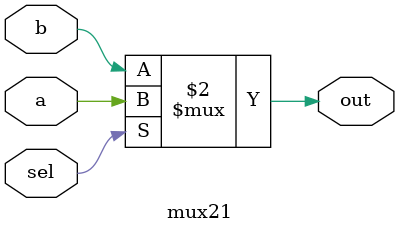
<source format=v>
module mux21(
	input a,
	input b,
	input sel,
	output out
);



	assign out = (sel==1'b1) ? a:b;



endmodule 
</source>
